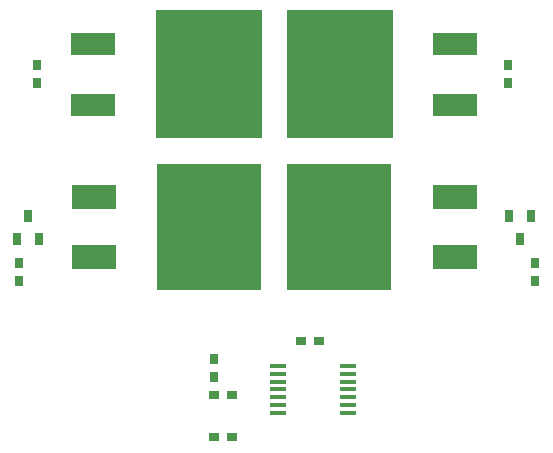
<source format=gbr>
G04 EAGLE Gerber RS-274X export*
G75*
%MOMM*%
%FSLAX34Y34*%
%LPD*%
%INSolderpaste Top*%
%IPPOS*%
%AMOC8*
5,1,8,0,0,1.08239X$1,22.5*%
G01*
%ADD10R,3.810000X2.080000*%
%ADD11R,8.890000X10.668000*%
%ADD12R,3.800000X1.900000*%
%ADD13R,9.000000X10.800000*%
%ADD14R,0.635000X1.016000*%
%ADD15R,0.800000X0.900000*%
%ADD16R,1.475000X0.450000*%
%ADD17R,0.900000X0.800000*%


D10*
X98550Y251460D03*
D11*
X196340Y226060D03*
D10*
X98550Y200660D03*
D12*
X98140Y381100D03*
D13*
X195990Y355600D03*
D12*
X98140Y330100D03*
D14*
X43180Y236060D03*
X52680Y216060D03*
X33680Y216060D03*
D15*
X35560Y180340D03*
X35560Y195580D03*
X50800Y363220D03*
X50800Y347980D03*
D10*
X404370Y200660D03*
D11*
X306580Y226060D03*
D10*
X404370Y251460D03*
D12*
X404780Y330100D03*
D13*
X306930Y355600D03*
D12*
X404780Y381100D03*
D14*
X459740Y216060D03*
X450240Y236060D03*
X469240Y236060D03*
D15*
X472440Y180340D03*
X472440Y195580D03*
X449580Y347980D03*
X449580Y363220D03*
D16*
X255100Y108400D03*
X255100Y101900D03*
X255100Y95400D03*
X255100Y88900D03*
X255100Y82400D03*
X255100Y75900D03*
X255100Y69400D03*
X313860Y69400D03*
X313860Y75900D03*
X313860Y82400D03*
X313860Y88900D03*
X313860Y95400D03*
X313860Y101900D03*
X313860Y108400D03*
D15*
X200660Y99060D03*
X200660Y114300D03*
D17*
X200660Y83820D03*
X215900Y83820D03*
X200660Y48260D03*
X215900Y48260D03*
X274320Y129540D03*
X289560Y129540D03*
M02*

</source>
